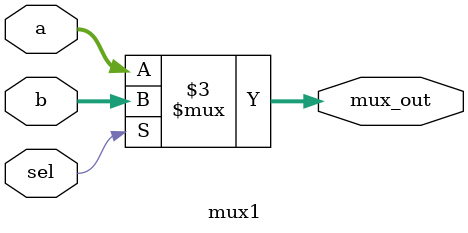
<source format=v>
`timescale 1ns / 1ps
module mux1(
    input [3:0]a,b,
    input sel,
    output reg [3:0]mux_out 
       );
       
    always@(*)
    begin
        if(sel)
            mux_out<=b;
        else mux_out<=a;   
        end   
endmodule

</source>
